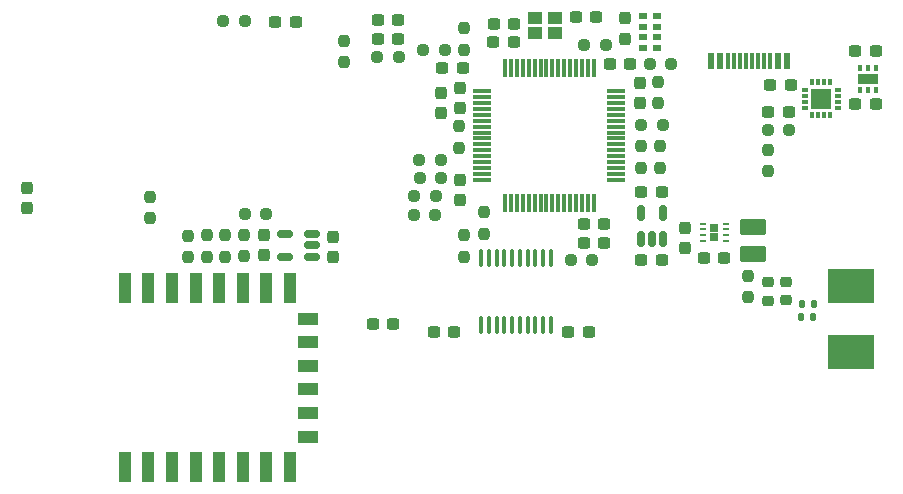
<source format=gtp>
G04 #@! TF.GenerationSoftware,KiCad,Pcbnew,7.0.2-0*
G04 #@! TF.CreationDate,2024-02-25T21:13:15-06:00*
G04 #@! TF.ProjectId,spudglo_driver_v7p0,73707564-676c-46f5-9f64-72697665725f,rev?*
G04 #@! TF.SameCoordinates,Original*
G04 #@! TF.FileFunction,Paste,Top*
G04 #@! TF.FilePolarity,Positive*
%FSLAX46Y46*%
G04 Gerber Fmt 4.6, Leading zero omitted, Abs format (unit mm)*
G04 Created by KiCad (PCBNEW 7.0.2-0) date 2024-02-25 21:13:15*
%MOMM*%
%LPD*%
G01*
G04 APERTURE LIST*
G04 Aperture macros list*
%AMRoundRect*
0 Rectangle with rounded corners*
0 $1 Rounding radius*
0 $2 $3 $4 $5 $6 $7 $8 $9 X,Y pos of 4 corners*
0 Add a 4 corners polygon primitive as box body*
4,1,4,$2,$3,$4,$5,$6,$7,$8,$9,$2,$3,0*
0 Add four circle primitives for the rounded corners*
1,1,$1+$1,$2,$3*
1,1,$1+$1,$4,$5*
1,1,$1+$1,$6,$7*
1,1,$1+$1,$8,$9*
0 Add four rect primitives between the rounded corners*
20,1,$1+$1,$2,$3,$4,$5,0*
20,1,$1+$1,$4,$5,$6,$7,0*
20,1,$1+$1,$6,$7,$8,$9,0*
20,1,$1+$1,$8,$9,$2,$3,0*%
G04 Aperture macros list end*
%ADD10RoundRect,0.237500X-0.250000X-0.237500X0.250000X-0.237500X0.250000X0.237500X-0.250000X0.237500X0*%
%ADD11RoundRect,0.237500X-0.300000X-0.237500X0.300000X-0.237500X0.300000X0.237500X-0.300000X0.237500X0*%
%ADD12RoundRect,0.075000X-0.075000X0.700000X-0.075000X-0.700000X0.075000X-0.700000X0.075000X0.700000X0*%
%ADD13RoundRect,0.075000X-0.700000X0.075000X-0.700000X-0.075000X0.700000X-0.075000X0.700000X0.075000X0*%
%ADD14RoundRect,0.237500X0.300000X0.237500X-0.300000X0.237500X-0.300000X-0.237500X0.300000X-0.237500X0*%
%ADD15RoundRect,0.237500X0.237500X-0.300000X0.237500X0.300000X-0.237500X0.300000X-0.237500X-0.300000X0*%
%ADD16RoundRect,0.237500X-0.237500X0.250000X-0.237500X-0.250000X0.237500X-0.250000X0.237500X0.250000X0*%
%ADD17R,4.000000X3.000000*%
%ADD18R,1.200000X1.000000*%
%ADD19RoundRect,0.237500X0.237500X-0.250000X0.237500X0.250000X-0.237500X0.250000X-0.237500X-0.250000X0*%
%ADD20RoundRect,0.237500X0.250000X0.237500X-0.250000X0.237500X-0.250000X-0.237500X0.250000X-0.237500X0*%
%ADD21RoundRect,0.237500X-0.237500X0.300000X-0.237500X-0.300000X0.237500X-0.300000X0.237500X0.300000X0*%
%ADD22RoundRect,0.150000X0.150000X-0.512500X0.150000X0.512500X-0.150000X0.512500X-0.150000X-0.512500X0*%
%ADD23RoundRect,0.218750X0.256250X-0.218750X0.256250X0.218750X-0.256250X0.218750X-0.256250X-0.218750X0*%
%ADD24RoundRect,0.135000X-0.135000X-0.185000X0.135000X-0.185000X0.135000X0.185000X-0.135000X0.185000X0*%
%ADD25R,0.600000X1.450000*%
%ADD26R,0.300000X1.450000*%
%ADD27R,1.000000X2.500000*%
%ADD28R,1.800000X1.000000*%
%ADD29R,0.400000X0.470000*%
%ADD30R,1.700000X0.950000*%
%ADD31R,0.300000X0.625000*%
%ADD32R,0.625000X0.300000*%
%ADD33R,1.700000X1.700000*%
%ADD34RoundRect,0.250001X-0.849999X0.462499X-0.849999X-0.462499X0.849999X-0.462499X0.849999X0.462499X0*%
%ADD35R,0.750000X0.650000*%
%ADD36R,0.500000X0.250000*%
%ADD37RoundRect,0.150000X0.512500X0.150000X-0.512500X0.150000X-0.512500X-0.150000X0.512500X-0.150000X0*%
%ADD38RoundRect,0.100000X-0.100000X0.637500X-0.100000X-0.637500X0.100000X-0.637500X0.100000X0.637500X0*%
%ADD39R,0.800000X0.500000*%
G04 APERTURE END LIST*
D10*
X102595000Y-153500000D03*
X104420000Y-153500000D03*
D11*
X121830000Y-158900000D03*
X123555000Y-158900000D03*
D10*
X103035000Y-150430000D03*
X104860000Y-150430000D03*
D12*
X117810000Y-142690000D03*
X117310000Y-142690000D03*
X116810000Y-142690000D03*
X116310000Y-142690000D03*
X115810000Y-142690000D03*
X115310000Y-142690000D03*
X114810000Y-142690000D03*
X114310000Y-142690000D03*
X113810000Y-142690000D03*
X113310000Y-142690000D03*
X112810000Y-142690000D03*
X112310000Y-142690000D03*
X111810000Y-142690000D03*
X111310000Y-142690000D03*
X110810000Y-142690000D03*
X110310000Y-142690000D03*
D13*
X108385000Y-144615000D03*
X108385000Y-145115000D03*
X108385000Y-145615000D03*
X108385000Y-146115000D03*
X108385000Y-146615000D03*
X108385000Y-147115000D03*
X108385000Y-147615000D03*
X108385000Y-148115000D03*
X108385000Y-148615000D03*
X108385000Y-149115000D03*
X108385000Y-149615000D03*
X108385000Y-150115000D03*
X108385000Y-150615000D03*
X108385000Y-151115000D03*
X108385000Y-151615000D03*
X108385000Y-152115000D03*
D12*
X110310000Y-154040000D03*
X110810000Y-154040000D03*
X111310000Y-154040000D03*
X111810000Y-154040000D03*
X112310000Y-154040000D03*
X112810000Y-154040000D03*
X113310000Y-154040000D03*
X113810000Y-154040000D03*
X114310000Y-154040000D03*
X114810000Y-154040000D03*
X115310000Y-154040000D03*
X115810000Y-154040000D03*
X116310000Y-154040000D03*
X116810000Y-154040000D03*
X117310000Y-154040000D03*
X117810000Y-154040000D03*
D13*
X119735000Y-152115000D03*
X119735000Y-151615000D03*
X119735000Y-151115000D03*
X119735000Y-150615000D03*
X119735000Y-150115000D03*
X119735000Y-149615000D03*
X119735000Y-149115000D03*
X119735000Y-148615000D03*
X119735000Y-148115000D03*
X119735000Y-147615000D03*
X119735000Y-147115000D03*
X119735000Y-146615000D03*
X119735000Y-146115000D03*
X119735000Y-145615000D03*
X119735000Y-145115000D03*
X119735000Y-144615000D03*
D14*
X106710000Y-142690000D03*
X104985000Y-142690000D03*
X128882499Y-158730001D03*
X127157499Y-158730001D03*
D15*
X95730000Y-158655000D03*
X95730000Y-156930000D03*
D16*
X96700000Y-140357500D03*
X96700000Y-142182500D03*
D15*
X69839992Y-154530001D03*
X69839992Y-152805001D03*
D10*
X102575000Y-155070000D03*
X104400000Y-155070000D03*
D17*
X139570000Y-161130001D03*
X139570000Y-166730001D03*
D18*
X112820000Y-139710000D03*
X114520000Y-139710000D03*
X114520000Y-138410000D03*
X112820000Y-138410000D03*
D10*
X103085000Y-151970000D03*
X104910000Y-151970000D03*
D15*
X106470000Y-146032500D03*
X106470000Y-144307500D03*
D19*
X86600000Y-158630000D03*
X86600000Y-156805000D03*
D20*
X134375000Y-147930000D03*
X132550000Y-147930000D03*
D10*
X99500000Y-141720000D03*
X101325000Y-141720000D03*
D15*
X106490000Y-153825000D03*
X106490000Y-152100000D03*
D16*
X108540001Y-154860001D03*
X108540001Y-156685001D03*
D14*
X101265000Y-140160000D03*
X99540000Y-140160000D03*
D16*
X121830000Y-149270000D03*
X121830000Y-151095000D03*
D14*
X118685000Y-155890000D03*
X116960000Y-155890000D03*
D11*
X104285000Y-164960000D03*
X106010000Y-164960000D03*
D16*
X132549999Y-149554999D03*
X132549999Y-151379999D03*
D19*
X130900000Y-162065000D03*
X130900000Y-160240000D03*
D21*
X125520001Y-156164997D03*
X125520001Y-157889997D03*
D19*
X80240000Y-155362500D03*
X80240000Y-153537500D03*
D22*
X121790000Y-157165000D03*
X122740000Y-157165000D03*
X123690000Y-157165000D03*
X123690000Y-154890000D03*
X121790000Y-154890000D03*
D14*
X111060000Y-138900000D03*
X109335000Y-138900000D03*
D11*
X109315000Y-140420000D03*
X111040000Y-140420000D03*
X90840000Y-138730000D03*
X92565000Y-138730000D03*
D23*
X134100000Y-162315000D03*
X134100000Y-160740000D03*
D10*
X88250000Y-155040000D03*
X90075000Y-155040000D03*
D24*
X135380000Y-163710000D03*
X136400000Y-163710000D03*
D19*
X106430000Y-149425000D03*
X106430000Y-147600000D03*
D11*
X99124999Y-164290004D03*
X100849999Y-164290004D03*
D20*
X117685000Y-158940000D03*
X115860000Y-158940000D03*
D19*
X83470000Y-158665000D03*
X83470000Y-156840000D03*
D14*
X134322500Y-146360000D03*
X132597500Y-146360000D03*
D16*
X106789997Y-139264999D03*
X106789997Y-141089999D03*
D11*
X119187500Y-142280000D03*
X120912500Y-142280000D03*
D16*
X106840000Y-156787500D03*
X106840000Y-158612500D03*
D25*
X134210000Y-142035000D03*
X133410000Y-142035000D03*
D26*
X132210000Y-142035000D03*
X131210000Y-142035000D03*
X130710000Y-142035000D03*
X129710000Y-142035000D03*
D25*
X128510000Y-142035000D03*
X127710000Y-142035000D03*
X127710000Y-142035000D03*
X128510000Y-142035000D03*
D26*
X129210000Y-142035000D03*
X130210000Y-142035000D03*
X131710000Y-142035000D03*
X132710000Y-142035000D03*
D25*
X133410000Y-142035000D03*
X134210000Y-142035000D03*
D27*
X78100000Y-176470000D03*
X80100000Y-176470000D03*
X82100000Y-176470000D03*
X84100000Y-176470000D03*
X86100000Y-176470000D03*
X88100000Y-176470000D03*
X90100000Y-176470000D03*
X92100000Y-176470000D03*
D28*
X93600000Y-173870000D03*
X93600000Y-171870000D03*
X93600000Y-169870000D03*
X93600000Y-167870000D03*
X93600000Y-165870000D03*
X93600000Y-163870000D03*
D27*
X92100000Y-161270000D03*
X90100000Y-161270000D03*
X88100000Y-161270000D03*
X86100000Y-161270000D03*
X84100000Y-161270000D03*
X82100000Y-161270000D03*
X80100000Y-161270000D03*
X78100000Y-161270000D03*
D11*
X121850000Y-153160000D03*
X123575000Y-153160000D03*
X139955000Y-141200000D03*
X141680000Y-141200000D03*
D10*
X122565000Y-142270001D03*
X124390000Y-142270001D03*
D14*
X118685000Y-157430000D03*
X116960000Y-157430000D03*
D29*
X141690000Y-142645000D03*
X141040000Y-142645000D03*
X140390000Y-142645000D03*
X140390000Y-144475000D03*
X141040000Y-144475000D03*
X141690000Y-144475000D03*
D30*
X141040000Y-143560000D03*
D10*
X103384999Y-141130003D03*
X105209999Y-141130003D03*
D31*
X136290000Y-146617695D03*
X136790000Y-146617695D03*
X137290000Y-146617695D03*
X137790000Y-146617695D03*
D32*
X138457500Y-146010195D03*
X138457500Y-145510195D03*
X138457500Y-145010195D03*
X138457500Y-144510195D03*
D31*
X137790000Y-143842695D03*
X137290000Y-143842695D03*
X136790000Y-143842695D03*
X136290000Y-143842695D03*
D32*
X135682500Y-144510195D03*
X135682500Y-145010195D03*
X135682500Y-145510195D03*
X135682500Y-146010195D03*
D33*
X137065000Y-145235195D03*
D14*
X101272500Y-138550000D03*
X99547500Y-138550000D03*
D19*
X88230001Y-158585000D03*
X88230001Y-156760000D03*
X85040000Y-158650000D03*
X85040000Y-156825000D03*
D34*
X131300001Y-156075003D03*
X131300001Y-158400003D03*
D11*
X116285000Y-138310000D03*
X118010000Y-138310000D03*
D20*
X88255000Y-138710000D03*
X86430000Y-138710000D03*
D15*
X104840000Y-146470000D03*
X104840000Y-144745000D03*
X89930000Y-158505000D03*
X89930000Y-156780000D03*
D21*
X121710000Y-143890000D03*
X121710000Y-145615000D03*
D35*
X128030000Y-156170000D03*
X128030000Y-156970000D03*
D36*
X127080000Y-155820000D03*
X127080000Y-156320000D03*
X127080000Y-156820000D03*
X127080000Y-157320000D03*
X128980000Y-157320000D03*
X128980000Y-156820000D03*
X128980000Y-156320000D03*
X128980000Y-155820000D03*
D10*
X117027500Y-140730000D03*
X118852500Y-140730000D03*
D37*
X93930000Y-158620000D03*
X93930000Y-157670000D03*
X93930000Y-156720000D03*
X91655000Y-156720000D03*
X91655000Y-158620000D03*
D38*
X114155000Y-158707500D03*
X113505000Y-158707500D03*
X112855000Y-158707500D03*
X112205000Y-158707500D03*
X111555000Y-158707500D03*
X110905000Y-158707500D03*
X110255000Y-158707500D03*
X109605000Y-158707500D03*
X108955000Y-158707500D03*
X108305000Y-158707500D03*
X108305000Y-164432500D03*
X108955000Y-164432500D03*
X109605000Y-164432500D03*
X110255000Y-164432500D03*
X110905000Y-164432500D03*
X111555000Y-164432500D03*
X112205000Y-164432500D03*
X112855000Y-164432500D03*
X113505000Y-164432500D03*
X114155000Y-164432500D03*
D16*
X123430000Y-149260000D03*
X123430000Y-151085000D03*
D23*
X132530000Y-162350000D03*
X132530000Y-160775000D03*
D39*
X121970000Y-138250000D03*
X121970000Y-139150000D03*
X121970000Y-140050000D03*
X121970000Y-140950000D03*
X123170000Y-140950000D03*
X123170000Y-140050000D03*
X123170000Y-139150000D03*
X123170000Y-138250000D03*
D11*
X139960001Y-145679996D03*
X141685001Y-145679996D03*
D15*
X120420000Y-140170000D03*
X120420000Y-138445000D03*
D16*
X123250000Y-143830000D03*
X123250000Y-145655000D03*
D20*
X123675000Y-147490000D03*
X121850000Y-147490000D03*
D11*
X115660000Y-164990000D03*
X117385000Y-164990000D03*
D24*
X135420000Y-162670000D03*
X136440000Y-162670000D03*
D14*
X134495000Y-144090000D03*
X132770000Y-144090000D03*
M02*

</source>
